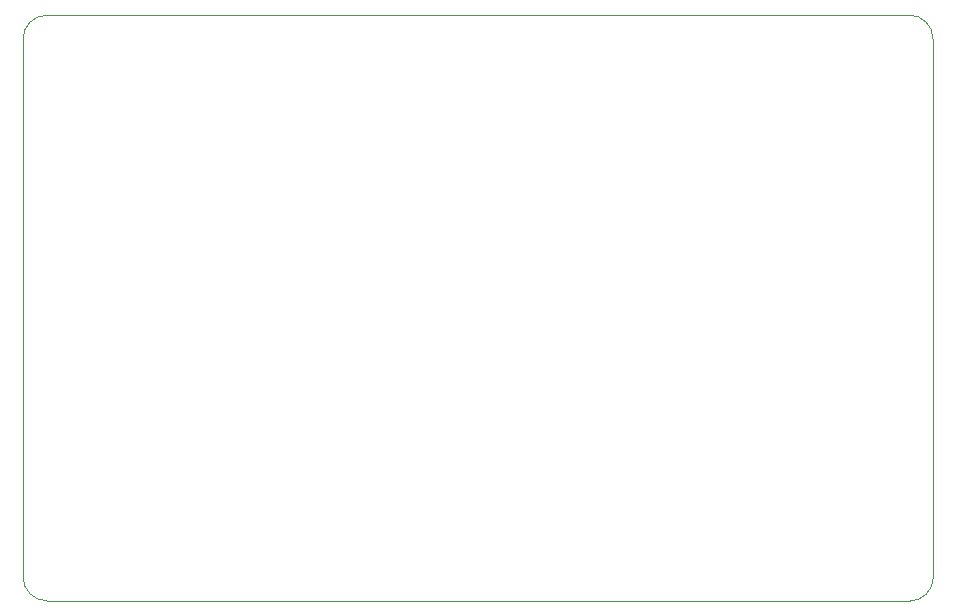
<source format=gbr>
G04 #@! TF.GenerationSoftware,KiCad,Pcbnew,(5.1.10)-1*
G04 #@! TF.CreationDate,2021-12-01T22:29:42+03:00*
G04 #@! TF.ProjectId,hdmi_to_mipi-dsi_converter,68646d69-5f74-46f5-9f6d-6970692d6473,rev?*
G04 #@! TF.SameCoordinates,Original*
G04 #@! TF.FileFunction,Profile,NP*
%FSLAX46Y46*%
G04 Gerber Fmt 4.6, Leading zero omitted, Abs format (unit mm)*
G04 Created by KiCad (PCBNEW (5.1.10)-1) date 2021-12-01 22:29:42*
%MOMM*%
%LPD*%
G01*
G04 APERTURE LIST*
G04 #@! TA.AperFunction,Profile*
%ADD10C,0.050000*%
G04 #@! TD*
G04 APERTURE END LIST*
D10*
X175540000Y-49990000D02*
G75*
G02*
X177540000Y-51990000I0J-2000000D01*
G01*
X177569621Y-97620391D02*
G75*
G02*
X175560000Y-99600000I-2019621J40391D01*
G01*
X102500000Y-99570000D02*
G75*
G02*
X100500000Y-97570000I0J2000000D01*
G01*
X100500000Y-52000000D02*
G75*
G02*
X102500000Y-50000000I2000000J0D01*
G01*
X100500000Y-97570000D02*
X100500000Y-52000000D01*
X175560000Y-99600000D02*
X102500000Y-99570000D01*
X177540000Y-51990000D02*
X177569621Y-97620391D01*
X102500000Y-50000000D02*
X175540000Y-49990000D01*
M02*

</source>
